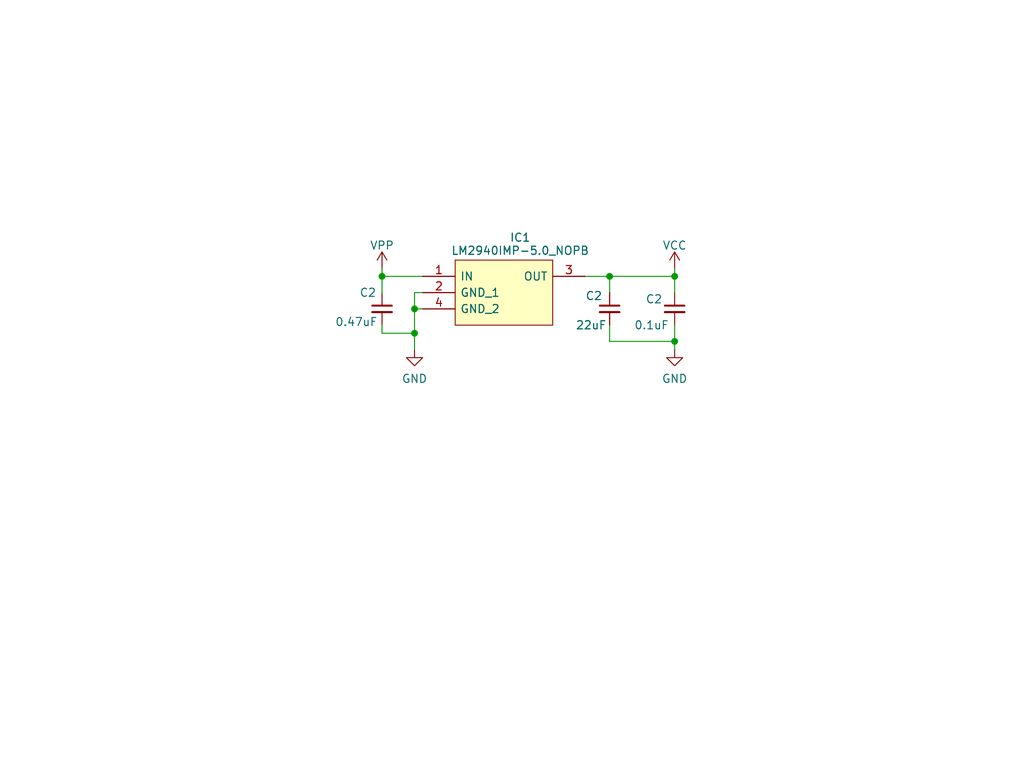
<source format=kicad_sch>
(kicad_sch (version 20230121) (generator eeschema)

  (uuid 766ee150-90bf-4745-9c67-df0896a7a826)

  (paper "User" 159.995 119.99)

  (lib_symbols
    (symbol "Device:C_Small" (pin_numbers hide) (pin_names (offset 0.254) hide) (in_bom yes) (on_board yes)
      (property "Reference" "C" (at 0.254 1.778 0)
        (effects (font (size 1.27 1.27)) (justify left))
      )
      (property "Value" "C_Small" (at 0.254 -2.032 0)
        (effects (font (size 1.27 1.27)) (justify left))
      )
      (property "Footprint" "" (at 0 0 0)
        (effects (font (size 1.27 1.27)) hide)
      )
      (property "Datasheet" "~" (at 0 0 0)
        (effects (font (size 1.27 1.27)) hide)
      )
      (property "ki_keywords" "capacitor cap" (at 0 0 0)
        (effects (font (size 1.27 1.27)) hide)
      )
      (property "ki_description" "Unpolarized capacitor, small symbol" (at 0 0 0)
        (effects (font (size 1.27 1.27)) hide)
      )
      (property "ki_fp_filters" "C_*" (at 0 0 0)
        (effects (font (size 1.27 1.27)) hide)
      )
      (symbol "C_Small_0_1"
        (polyline
          (pts
            (xy -1.524 -0.508)
            (xy 1.524 -0.508)
          )
          (stroke (width 0.3302) (type default))
          (fill (type none))
        )
        (polyline
          (pts
            (xy -1.524 0.508)
            (xy 1.524 0.508)
          )
          (stroke (width 0.3048) (type default))
          (fill (type none))
        )
      )
      (symbol "C_Small_1_1"
        (pin passive line (at 0 2.54 270) (length 2.032)
          (name "~" (effects (font (size 1.27 1.27))))
          (number "1" (effects (font (size 1.27 1.27))))
        )
        (pin passive line (at 0 -2.54 90) (length 2.032)
          (name "~" (effects (font (size 1.27 1.27))))
          (number "2" (effects (font (size 1.27 1.27))))
        )
      )
    )
    (symbol "SamacSys_Parts:LM2940IMP-5.0_NOPB" (pin_names (offset 0.762)) (in_bom yes) (on_board yes)
      (property "Reference" "IC1" (at 15.24 6.0692 0)
        (effects (font (size 1.27 1.27)))
      )
      (property "Value" "LM2940IMP-5.0_NOPB" (at 15.24 4.0212 0)
        (effects (font (size 1.27 1.27)))
      )
      (property "Footprint" "SOT230P700X180-4N" (at 26.67 2.54 0)
        (effects (font (size 1.27 1.27)) (justify left) hide)
      )
      (property "Datasheet" "https://datasheet.datasheetarchive.com/originals/distributors/Datasheets-SFU2/DSASFU100037171.pdf" (at 26.67 0 0)
        (effects (font (size 1.27 1.27)) (justify left) hide)
      )
      (property "Description" "LDO Regulator Pos 5V 1A SOT223 Texas Instruments LM2940IMP-5.0/NOPB, LDO Voltage Regulator, 1A, 5 V, 26 Vin, 3-Pin SOT-223" (at 26.67 -2.54 0)
        (effects (font (size 1.27 1.27)) (justify left) hide)
      )
      (property "Height" "1.8" (at 26.67 -5.08 0)
        (effects (font (size 1.27 1.27)) (justify left) hide)
      )
      (property "Manufacturer_Name" "Texas Instruments" (at 26.67 -7.62 0)
        (effects (font (size 1.27 1.27)) (justify left) hide)
      )
      (property "Manufacturer_Part_Number" "LM2940IMP-5.0/NOPB" (at 26.67 -10.16 0)
        (effects (font (size 1.27 1.27)) (justify left) hide)
      )
      (property "Mouser Part Number" "926-LM2940IMP5.0NOPB" (at 26.67 -12.7 0)
        (effects (font (size 1.27 1.27)) (justify left) hide)
      )
      (property "Mouser Price/Stock" "https://www.mouser.co.uk/ProductDetail/Texas-Instruments/LM2940IMP-5.0-NOPB?qs=X1J7HmVL2ZHsH%2FeS8BdGfg%3D%3D" (at 26.67 -15.24 0)
        (effects (font (size 1.27 1.27)) (justify left) hide)
      )
      (property "Arrow Part Number" "LM2940IMP-5.0/NOPB" (at 26.67 -17.78 0)
        (effects (font (size 1.27 1.27)) (justify left) hide)
      )
      (property "Arrow Price/Stock" "https://www.arrow.com/en/products/lm2940imp-5.0nopb/texas-instruments?region=nac" (at 26.67 -20.32 0)
        (effects (font (size 1.27 1.27)) (justify left) hide)
      )
      (property "ki_description" "LDO Regulator Pos 5V 1A SOT223 Texas Instruments LM2940IMP-5.0/NOPB, LDO Voltage Regulator, 1A, 5 V, 26 Vin, 3-Pin SOT-223" (at 0 0 0)
        (effects (font (size 1.27 1.27)) hide)
      )
      (symbol "LM2940IMP-5.0_NOPB_0_0"
        (pin passive line (at 0 0 0) (length 5.08)
          (name "IN" (effects (font (size 1.27 1.27))))
          (number "1" (effects (font (size 1.27 1.27))))
        )
        (pin passive line (at 0 -2.54 0) (length 5.08)
          (name "GND_1" (effects (font (size 1.27 1.27))))
          (number "2" (effects (font (size 1.27 1.27))))
        )
        (pin passive line (at 25.4 0 180) (length 5.08)
          (name "OUT" (effects (font (size 1.27 1.27))))
          (number "3" (effects (font (size 1.27 1.27))))
        )
        (pin passive line (at 0 -5.08 0) (length 5.08)
          (name "GND_2" (effects (font (size 1.27 1.27))))
          (number "4" (effects (font (size 1.27 1.27))))
        )
      )
      (symbol "LM2940IMP-5.0_NOPB_1_1"
        (polyline
          (pts
            (xy 5.08 2.54)
            (xy 20.32 2.54)
            (xy 20.32 -7.62)
            (xy 5.08 -7.62)
            (xy 5.08 2.54)
          )
          (stroke (width 0.1524) (type solid))
          (fill (type background))
        )
      )
    )
    (symbol "power:GND" (power) (pin_names (offset 0)) (in_bom yes) (on_board yes)
      (property "Reference" "#PWR" (at 0 -6.35 0)
        (effects (font (size 1.27 1.27)) hide)
      )
      (property "Value" "GND" (at 0 -3.81 0)
        (effects (font (size 1.27 1.27)))
      )
      (property "Footprint" "" (at 0 0 0)
        (effects (font (size 1.27 1.27)) hide)
      )
      (property "Datasheet" "" (at 0 0 0)
        (effects (font (size 1.27 1.27)) hide)
      )
      (property "ki_keywords" "power-flag" (at 0 0 0)
        (effects (font (size 1.27 1.27)) hide)
      )
      (property "ki_description" "Power symbol creates a global label with name \"GND\" , ground" (at 0 0 0)
        (effects (font (size 1.27 1.27)) hide)
      )
      (symbol "GND_0_1"
        (polyline
          (pts
            (xy 0 0)
            (xy 0 -1.27)
            (xy 1.27 -1.27)
            (xy 0 -2.54)
            (xy -1.27 -1.27)
            (xy 0 -1.27)
          )
          (stroke (width 0) (type default))
          (fill (type none))
        )
      )
      (symbol "GND_1_1"
        (pin power_in line (at 0 0 270) (length 0) hide
          (name "GND" (effects (font (size 1.27 1.27))))
          (number "1" (effects (font (size 1.27 1.27))))
        )
      )
    )
    (symbol "power:VCC" (power) (pin_names (offset 0)) (in_bom yes) (on_board yes)
      (property "Reference" "#PWR" (at 0 -3.81 0)
        (effects (font (size 1.27 1.27)) hide)
      )
      (property "Value" "VCC" (at 0 3.81 0)
        (effects (font (size 1.27 1.27)))
      )
      (property "Footprint" "" (at 0 0 0)
        (effects (font (size 1.27 1.27)) hide)
      )
      (property "Datasheet" "" (at 0 0 0)
        (effects (font (size 1.27 1.27)) hide)
      )
      (property "ki_keywords" "global power" (at 0 0 0)
        (effects (font (size 1.27 1.27)) hide)
      )
      (property "ki_description" "Power symbol creates a global label with name \"VCC\"" (at 0 0 0)
        (effects (font (size 1.27 1.27)) hide)
      )
      (symbol "VCC_0_1"
        (polyline
          (pts
            (xy -0.762 1.27)
            (xy 0 2.54)
          )
          (stroke (width 0) (type default))
          (fill (type none))
        )
        (polyline
          (pts
            (xy 0 0)
            (xy 0 2.54)
          )
          (stroke (width 0) (type default))
          (fill (type none))
        )
        (polyline
          (pts
            (xy 0 2.54)
            (xy 0.762 1.27)
          )
          (stroke (width 0) (type default))
          (fill (type none))
        )
      )
      (symbol "VCC_1_1"
        (pin power_in line (at 0 0 90) (length 0) hide
          (name "VCC" (effects (font (size 1.27 1.27))))
          (number "1" (effects (font (size 1.27 1.27))))
        )
      )
    )
    (symbol "power:VPP" (power) (pin_names (offset 0)) (in_bom yes) (on_board yes)
      (property "Reference" "#PWR" (at 0 -3.81 0)
        (effects (font (size 1.27 1.27)) hide)
      )
      (property "Value" "VPP" (at 0 3.81 0)
        (effects (font (size 1.27 1.27)))
      )
      (property "Footprint" "" (at 0 0 0)
        (effects (font (size 1.27 1.27)) hide)
      )
      (property "Datasheet" "" (at 0 0 0)
        (effects (font (size 1.27 1.27)) hide)
      )
      (property "ki_keywords" "power-flag" (at 0 0 0)
        (effects (font (size 1.27 1.27)) hide)
      )
      (property "ki_description" "Power symbol creates a global label with name \"VPP\"" (at 0 0 0)
        (effects (font (size 1.27 1.27)) hide)
      )
      (symbol "VPP_0_1"
        (polyline
          (pts
            (xy -0.762 1.27)
            (xy 0 2.54)
          )
          (stroke (width 0) (type default))
          (fill (type none))
        )
        (polyline
          (pts
            (xy 0 0)
            (xy 0 2.54)
          )
          (stroke (width 0) (type default))
          (fill (type none))
        )
        (polyline
          (pts
            (xy 0 2.54)
            (xy 0.762 1.27)
          )
          (stroke (width 0) (type default))
          (fill (type none))
        )
      )
      (symbol "VPP_1_1"
        (pin power_in line (at 0 0 90) (length 0) hide
          (name "VPP" (effects (font (size 1.27 1.27))))
          (number "1" (effects (font (size 1.27 1.27))))
        )
      )
    )
  )

  (junction (at 64.77 52.07) (diameter 0) (color 0 0 0 0)
    (uuid 2d1c90bb-c6e3-4fa9-81b0-04f54758a21c)
  )
  (junction (at 64.77 48.26) (diameter 0) (color 0 0 0 0)
    (uuid c2132298-6982-466c-a710-9b37564672c3)
  )
  (junction (at 105.41 43.18) (diameter 0) (color 0 0 0 0)
    (uuid e03f4efc-2dbb-45df-83b9-a1f0f7c01607)
  )
  (junction (at 59.69 43.18) (diameter 0) (color 0 0 0 0)
    (uuid f0ea047f-364c-4303-89b9-58fb8483c1c4)
  )
  (junction (at 95.25 43.18) (diameter 0) (color 0 0 0 0)
    (uuid fc63233e-70a8-46e0-8f32-10a77f3c9157)
  )
  (junction (at 105.41 53.34) (diameter 0) (color 0 0 0 0)
    (uuid fff539b9-a7e7-407f-a977-03f4276068c7)
  )

  (wire (pts (xy 64.77 54.61) (xy 64.77 52.07))
    (stroke (width 0) (type default))
    (uuid 1b6db5b8-2eb9-400d-8a0e-aa57f8ffefa3)
  )
  (wire (pts (xy 64.77 45.72) (xy 66.04 45.72))
    (stroke (width 0) (type default))
    (uuid 230f3599-b01b-435a-8bbf-c1b1d08612c5)
  )
  (wire (pts (xy 105.41 41.91) (xy 105.41 43.18))
    (stroke (width 0) (type default))
    (uuid 31a6c6cb-74be-4764-96a3-000fc3daf678)
  )
  (wire (pts (xy 59.69 43.18) (xy 59.69 45.72))
    (stroke (width 0) (type default))
    (uuid 4668e388-5b3a-4875-ba17-df7484b9a992)
  )
  (wire (pts (xy 64.77 48.26) (xy 66.04 48.26))
    (stroke (width 0) (type default))
    (uuid 6aeb95f9-2eb0-4802-8148-39088a5c2a42)
  )
  (wire (pts (xy 105.41 50.8) (xy 105.41 53.34))
    (stroke (width 0) (type default))
    (uuid 6e0ee0e6-d6b9-436e-8875-03315eff6ce9)
  )
  (wire (pts (xy 59.69 52.07) (xy 64.77 52.07))
    (stroke (width 0) (type default))
    (uuid 81c2060f-18b9-41f5-84b9-dae43598cf0d)
  )
  (wire (pts (xy 105.41 53.34) (xy 95.25 53.34))
    (stroke (width 0) (type default))
    (uuid 8203e1b8-9e9f-487a-97a1-731249a1fdf8)
  )
  (wire (pts (xy 64.77 52.07) (xy 64.77 48.26))
    (stroke (width 0) (type default))
    (uuid 8b95cd0e-b8b1-4b82-adcd-594af25e186b)
  )
  (wire (pts (xy 95.25 53.34) (xy 95.25 50.8))
    (stroke (width 0) (type default))
    (uuid a20f1ed1-edef-4801-bfc3-22a517917fac)
  )
  (wire (pts (xy 95.25 45.72) (xy 95.25 43.18))
    (stroke (width 0) (type default))
    (uuid b1569694-f223-453d-84e3-5dd1d9633f73)
  )
  (wire (pts (xy 59.69 41.91) (xy 59.69 43.18))
    (stroke (width 0) (type default))
    (uuid b809dd5b-0445-4ff9-8c33-3fcdb66cb5d8)
  )
  (wire (pts (xy 91.44 43.18) (xy 95.25 43.18))
    (stroke (width 0) (type default))
    (uuid c75f0c45-a022-4b51-b62f-0ca0b72e20aa)
  )
  (wire (pts (xy 59.69 43.18) (xy 66.04 43.18))
    (stroke (width 0) (type default))
    (uuid c8204b2e-878c-402f-83a8-b058af538fe1)
  )
  (wire (pts (xy 64.77 48.26) (xy 64.77 45.72))
    (stroke (width 0) (type default))
    (uuid c82f6214-46f9-46b8-850f-c5d352f77a6c)
  )
  (wire (pts (xy 105.41 43.18) (xy 95.25 43.18))
    (stroke (width 0) (type default))
    (uuid d0197fe7-3a3d-4fa5-87b6-bee7469fd10d)
  )
  (wire (pts (xy 105.41 43.18) (xy 105.41 45.72))
    (stroke (width 0) (type default))
    (uuid db23ab09-cb84-4bda-980b-9a10dbf4b8cd)
  )
  (wire (pts (xy 105.41 53.34) (xy 105.41 54.61))
    (stroke (width 0) (type default))
    (uuid e2928360-d5fe-4fd5-b116-738ee925510c)
  )
  (wire (pts (xy 59.69 50.8) (xy 59.69 52.07))
    (stroke (width 0) (type default))
    (uuid f8ba56a3-8a54-4b8a-97f3-0419a1eb536e)
  )

  (symbol (lib_id "Device:C_Small") (at 59.69 48.26 0) (unit 1)
    (in_bom yes) (on_board yes) (dnp no)
    (uuid 0200a2d5-2eff-4414-a018-2de5e1f3ebbe)
    (property "Reference" "C2" (at 56.134 45.72 0)
      (effects (font (size 1.27 1.27)) (justify left))
    )
    (property "Value" "0.47uF" (at 52.324 50.292 0)
      (effects (font (size 1.27 1.27)) (justify left))
    )
    (property "Footprint" "Capacitor_SMD:C_0805_2012Metric_Pad1.18x1.45mm_HandSolder" (at 59.69 48.26 0)
      (effects (font (size 1.27 1.27)) hide)
    )
    (property "Datasheet" "~" (at 59.69 48.26 0)
      (effects (font (size 1.27 1.27)) hide)
    )
    (pin "1" (uuid 2e43caa1-cf3d-4bd2-80cd-4349cc11551a))
    (pin "2" (uuid 100731d1-c031-4565-a612-60b0f9a43e71))
    (instances
      (project "StepperMotor_module_V2_XIAO_RP2040"
        (path "/67ad53b0-e724-4354-8add-ffbe056bca93"
          (reference "C2") (unit 1)
        )
        (path "/67ad53b0-e724-4354-8add-ffbe056bca93/07c0a6ff-eef2-4578-b5db-f7e0ea607e3d"
          (reference "C9") (unit 1)
        )
        (path "/67ad53b0-e724-4354-8add-ffbe056bca93/9c4f98f1-bc47-4c4b-bbad-ba5566d013b5"
          (reference "C3") (unit 1)
        )
        (path "/67ad53b0-e724-4354-8add-ffbe056bca93/03c1781e-297b-49e1-8cb8-7d532072eddb"
          (reference "C4") (unit 1)
        )
      )
    )
  )

  (symbol (lib_id "Device:C_Small") (at 105.41 48.26 0) (unit 1)
    (in_bom yes) (on_board yes) (dnp no)
    (uuid 5d52449c-bc5e-4be7-92de-6c8aa94f0cdf)
    (property "Reference" "C2" (at 100.838 46.736 0)
      (effects (font (size 1.27 1.27)) (justify left))
    )
    (property "Value" "0.1uF" (at 99.06 50.8 0)
      (effects (font (size 1.27 1.27)) (justify left))
    )
    (property "Footprint" "Capacitor_SMD:C_0805_2012Metric_Pad1.18x1.45mm_HandSolder" (at 105.41 48.26 0)
      (effects (font (size 1.27 1.27)) hide)
    )
    (property "Datasheet" "~" (at 105.41 48.26 0)
      (effects (font (size 1.27 1.27)) hide)
    )
    (pin "1" (uuid 4db62bb5-8f6a-4b29-a83d-474675168c4d))
    (pin "2" (uuid 88b4f94f-ca30-47e8-b5eb-fa9bd478f9fe))
    (instances
      (project "StepperMotor_module_V2_XIAO_RP2040"
        (path "/67ad53b0-e724-4354-8add-ffbe056bca93"
          (reference "C2") (unit 1)
        )
        (path "/67ad53b0-e724-4354-8add-ffbe056bca93/07c0a6ff-eef2-4578-b5db-f7e0ea607e3d"
          (reference "C9") (unit 1)
        )
        (path "/67ad53b0-e724-4354-8add-ffbe056bca93/9c4f98f1-bc47-4c4b-bbad-ba5566d013b5"
          (reference "C1") (unit 1)
        )
        (path "/67ad53b0-e724-4354-8add-ffbe056bca93/03c1781e-297b-49e1-8cb8-7d532072eddb"
          (reference "C5") (unit 1)
        )
      )
    )
  )

  (symbol (lib_id "power:VCC") (at 105.41 41.91 0) (unit 1)
    (in_bom yes) (on_board yes) (dnp no)
    (uuid 66e7542b-9378-46c7-a11b-7b51ab993489)
    (property "Reference" "#PWR09" (at 105.41 45.72 0)
      (effects (font (size 1.27 1.27)) hide)
    )
    (property "Value" "VCC" (at 105.41 38.354 0)
      (effects (font (size 1.27 1.27)))
    )
    (property "Footprint" "" (at 105.41 41.91 0)
      (effects (font (size 1.27 1.27)) hide)
    )
    (property "Datasheet" "" (at 105.41 41.91 0)
      (effects (font (size 1.27 1.27)) hide)
    )
    (pin "1" (uuid 240163b3-3c9f-49f2-a7f0-5dafa6dd6597))
    (instances
      (project "StepperMotor_module_V2_XIAO_RP2040"
        (path "/67ad53b0-e724-4354-8add-ffbe056bca93/07c0a6ff-eef2-4578-b5db-f7e0ea607e3d"
          (reference "#PWR09") (unit 1)
        )
        (path "/67ad53b0-e724-4354-8add-ffbe056bca93/9c4f98f1-bc47-4c4b-bbad-ba5566d013b5"
          (reference "#PWR04") (unit 1)
        )
        (path "/67ad53b0-e724-4354-8add-ffbe056bca93/03c1781e-297b-49e1-8cb8-7d532072eddb"
          (reference "#PWR04") (unit 1)
        )
      )
    )
  )

  (symbol (lib_id "power:VPP") (at 59.69 41.91 0) (unit 1)
    (in_bom yes) (on_board yes) (dnp no)
    (uuid 6edacfe8-359e-4ac9-aef3-b7fde4b843a5)
    (property "Reference" "#PWR016" (at 59.69 45.72 0)
      (effects (font (size 1.27 1.27)) hide)
    )
    (property "Value" "VPP" (at 59.69 38.354 0)
      (effects (font (size 1.27 1.27)))
    )
    (property "Footprint" "" (at 59.69 41.91 0)
      (effects (font (size 1.27 1.27)) hide)
    )
    (property "Datasheet" "" (at 59.69 41.91 0)
      (effects (font (size 1.27 1.27)) hide)
    )
    (pin "1" (uuid b242fc40-a63f-486e-99de-876f0c68ca54))
    (instances
      (project "StepperMotor_module_V2_XIAO_RP2040"
        (path "/67ad53b0-e724-4354-8add-ffbe056bca93/9c4f98f1-bc47-4c4b-bbad-ba5566d013b5"
          (reference "#PWR016") (unit 1)
        )
        (path "/67ad53b0-e724-4354-8add-ffbe056bca93/03c1781e-297b-49e1-8cb8-7d532072eddb"
          (reference "#PWR011") (unit 1)
        )
      )
      (project "Motor_module"
        (path "/e63e39d7-6ac0-4ffd-8aa3-1841a4541b55"
          (reference "#PWR0104") (unit 1)
        )
      )
    )
  )

  (symbol (lib_id "power:GND") (at 105.41 54.61 0) (unit 1)
    (in_bom yes) (on_board yes) (dnp no) (fields_autoplaced)
    (uuid 895fd4c3-a55e-49e1-adaa-0910893b8a66)
    (property "Reference" "#PWR05" (at 105.41 60.96 0)
      (effects (font (size 1.27 1.27)) hide)
    )
    (property "Value" "GND" (at 105.41 59.1725 0)
      (effects (font (size 1.27 1.27)))
    )
    (property "Footprint" "" (at 105.41 54.61 0)
      (effects (font (size 1.27 1.27)) hide)
    )
    (property "Datasheet" "" (at 105.41 54.61 0)
      (effects (font (size 1.27 1.27)) hide)
    )
    (pin "1" (uuid fb40535c-485a-4789-ae08-31f96066199a))
    (instances
      (project "StepperMotor_module_V2_XIAO_RP2040"
        (path "/67ad53b0-e724-4354-8add-ffbe056bca93/9c4f98f1-bc47-4c4b-bbad-ba5566d013b5"
          (reference "#PWR05") (unit 1)
        )
        (path "/67ad53b0-e724-4354-8add-ffbe056bca93/03c1781e-297b-49e1-8cb8-7d532072eddb"
          (reference "#PWR05") (unit 1)
        )
      )
      (project "Motor_module"
        (path "/e63e39d7-6ac0-4ffd-8aa3-1841a4541b55"
          (reference "#PWR0112") (unit 1)
        )
      )
    )
  )

  (symbol (lib_id "SamacSys_Parts:LM2940IMP-5.0_NOPB") (at 66.04 43.18 0) (unit 1)
    (in_bom yes) (on_board yes) (dnp no) (fields_autoplaced)
    (uuid bfc12b88-b48b-49cb-ad53-184e028daef5)
    (property "Reference" "IC1" (at 81.28 37.1108 0)
      (effects (font (size 1.27 1.27)))
    )
    (property "Value" "LM2940IMP-5.0_NOPB" (at 81.28 39.1588 0)
      (effects (font (size 1.27 1.27)))
    )
    (property "Footprint" "SamacSys_Parts:SOT230P700X180-4N" (at 92.71 40.64 0)
      (effects (font (size 1.27 1.27)) (justify left) hide)
    )
    (property "Datasheet" "https://datasheet.datasheetarchive.com/originals/distributors/Datasheets-SFU2/DSASFU100037171.pdf" (at 92.71 43.18 0)
      (effects (font (size 1.27 1.27)) (justify left) hide)
    )
    (property "Description" "LDO Regulator Pos 5V 1A SOT223 Texas Instruments LM2940IMP-5.0/NOPB, LDO Voltage Regulator, 1A, 5 V, 26 Vin, 3-Pin SOT-223" (at 92.71 45.72 0)
      (effects (font (size 1.27 1.27)) (justify left) hide)
    )
    (property "Height" "1.8" (at 92.71 48.26 0)
      (effects (font (size 1.27 1.27)) (justify left) hide)
    )
    (property "Manufacturer_Name" "Texas Instruments" (at 92.71 50.8 0)
      (effects (font (size 1.27 1.27)) (justify left) hide)
    )
    (property "Manufacturer_Part_Number" "LM2940IMP-5.0/NOPB" (at 92.71 53.34 0)
      (effects (font (size 1.27 1.27)) (justify left) hide)
    )
    (property "Mouser Part Number" "926-LM2940IMP5.0NOPB" (at 92.71 55.88 0)
      (effects (font (size 1.27 1.27)) (justify left) hide)
    )
    (property "Mouser Price/Stock" "https://www.mouser.co.uk/ProductDetail/Texas-Instruments/LM2940IMP-5.0-NOPB?qs=X1J7HmVL2ZHsH%2FeS8BdGfg%3D%3D" (at 92.71 58.42 0)
      (effects (font (size 1.27 1.27)) (justify left) hide)
    )
    (property "Arrow Part Number" "LM2940IMP-5.0/NOPB" (at 92.71 60.96 0)
      (effects (font (size 1.27 1.27)) (justify left) hide)
    )
    (property "Arrow Price/Stock" "https://www.arrow.com/en/products/lm2940imp-5.0nopb/texas-instruments?region=nac" (at 92.71 63.5 0)
      (effects (font (size 1.27 1.27)) (justify left) hide)
    )
    (pin "1" (uuid 0f21705d-ccd2-406f-a774-e9e947d13a7e))
    (pin "2" (uuid 9d8ac86d-b095-48a3-93f5-7dfa0f61d7b9))
    (pin "3" (uuid 37d8e865-1d5c-48e3-a604-042bd412986f))
    (pin "4" (uuid b97d5f87-84dd-4f1a-ae83-c4842a2c3f9c))
    (instances
      (project "StepperMotor_module_V2_XIAO_RP2040"
        (path "/67ad53b0-e724-4354-8add-ffbe056bca93/03c1781e-297b-49e1-8cb8-7d532072eddb"
          (reference "IC1") (unit 1)
        )
      )
    )
  )

  (symbol (lib_id "power:GND") (at 64.77 54.61 0) (unit 1)
    (in_bom yes) (on_board yes) (dnp no) (fields_autoplaced)
    (uuid db5e7ec9-0beb-4ba4-a0bb-a024ba0fef0b)
    (property "Reference" "#PWR05" (at 64.77 60.96 0)
      (effects (font (size 1.27 1.27)) hide)
    )
    (property "Value" "GND" (at 64.77 59.1725 0)
      (effects (font (size 1.27 1.27)))
    )
    (property "Footprint" "" (at 64.77 54.61 0)
      (effects (font (size 1.27 1.27)) hide)
    )
    (property "Datasheet" "" (at 64.77 54.61 0)
      (effects (font (size 1.27 1.27)) hide)
    )
    (pin "1" (uuid 3e9f35fe-ef93-4aa9-a7a9-d3806cecd8cf))
    (instances
      (project "StepperMotor_module_V2_XIAO_RP2040"
        (path "/67ad53b0-e724-4354-8add-ffbe056bca93/9c4f98f1-bc47-4c4b-bbad-ba5566d013b5"
          (reference "#PWR05") (unit 1)
        )
        (path "/67ad53b0-e724-4354-8add-ffbe056bca93/03c1781e-297b-49e1-8cb8-7d532072eddb"
          (reference "#PWR08") (unit 1)
        )
      )
      (project "Motor_module"
        (path "/e63e39d7-6ac0-4ffd-8aa3-1841a4541b55"
          (reference "#PWR0112") (unit 1)
        )
      )
    )
  )

  (symbol (lib_id "Device:C_Small") (at 95.25 48.26 0) (unit 1)
    (in_bom yes) (on_board yes) (dnp no)
    (uuid e835d670-21a9-47cf-8395-88c3d9611db4)
    (property "Reference" "C2" (at 91.44 46.228 0)
      (effects (font (size 1.27 1.27)) (justify left))
    )
    (property "Value" "22uF" (at 89.916 50.8 0)
      (effects (font (size 1.27 1.27)) (justify left))
    )
    (property "Footprint" "Capacitor_SMD:C_0805_2012Metric_Pad1.18x1.45mm_HandSolder" (at 95.25 48.26 0)
      (effects (font (size 1.27 1.27)) hide)
    )
    (property "Datasheet" "~" (at 95.25 48.26 0)
      (effects (font (size 1.27 1.27)) hide)
    )
    (pin "1" (uuid 76103c7a-77f9-4f02-8182-94ecc263c336))
    (pin "2" (uuid 7b9fa457-2ed8-437e-aefa-be359b4ac7c6))
    (instances
      (project "StepperMotor_module_V2_XIAO_RP2040"
        (path "/67ad53b0-e724-4354-8add-ffbe056bca93"
          (reference "C2") (unit 1)
        )
        (path "/67ad53b0-e724-4354-8add-ffbe056bca93/07c0a6ff-eef2-4578-b5db-f7e0ea607e3d"
          (reference "C9") (unit 1)
        )
        (path "/67ad53b0-e724-4354-8add-ffbe056bca93/9c4f98f1-bc47-4c4b-bbad-ba5566d013b5"
          (reference "C3") (unit 1)
        )
        (path "/67ad53b0-e724-4354-8add-ffbe056bca93/03c1781e-297b-49e1-8cb8-7d532072eddb"
          (reference "C3") (unit 1)
        )
      )
    )
  )
)

</source>
